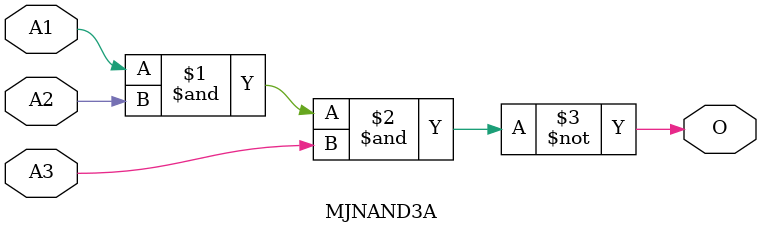
<source format=v>
module MJNAND3A(A1, A2, A3, O);
input   A1;
input   A2;
input   A3;
output  O;
nand g0(O, A1, A2, A3);
endmodule
</source>
